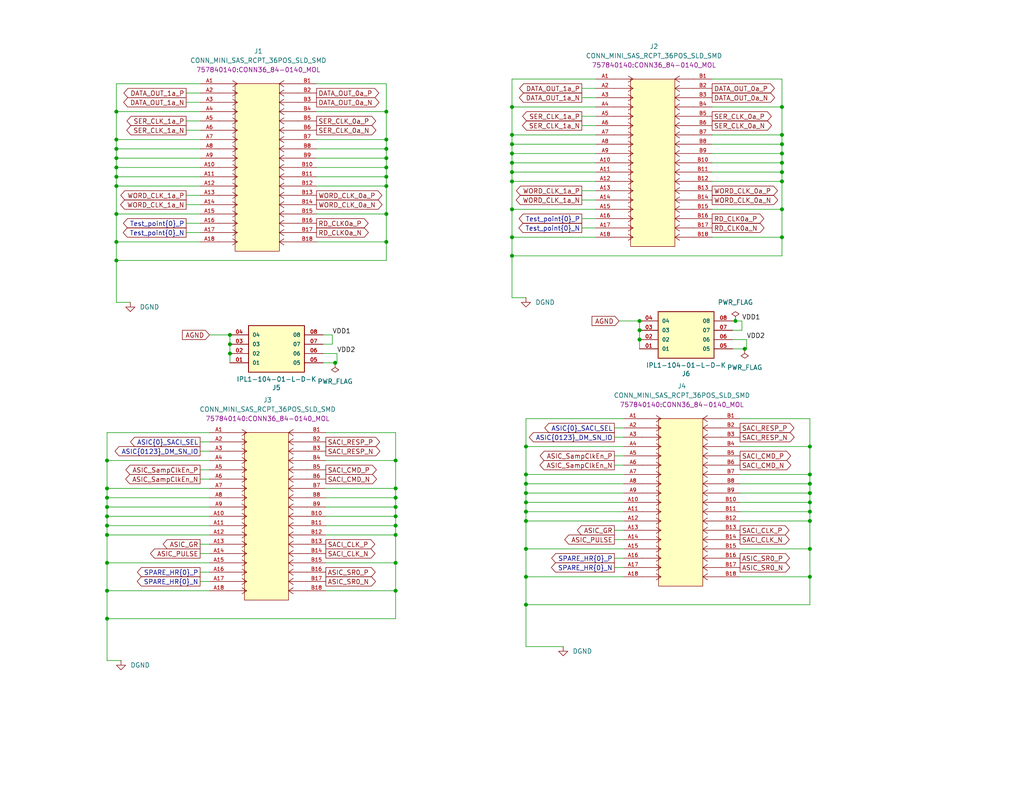
<source format=kicad_sch>
(kicad_sch (version 20250114) (generator "eeschema") (generator_version "9.0")
  (paper "A")
  (title_block (title "Vacuum Feedthrough PCB") (date "2025-06-19"))
  (lib_symbols
    (symbol "Connector:CONN_MINI_SAS_RCPT_36POS_SLD_SMD" (pin_names (offset 1.016))
      (property "Reference" "J" (at 4.1656 5.3086 0))
      (property "Value" "CONN_MINI_SAS_RCPT_36POS_SLD_SMD" (at 4.8006 -46.7614 0))
      (property "Footprint" "Connector_SATA_SAS:CONN MINI SAS RCPT 36POS SLD SMD" (at 0 0 0))
      (symbol "CONN_MINI_SAS_RCPT_36POS_SLD_SMD_0_0"
        (rectangle (start 9.525 0) (end 21.59 -45.72) (stroke (width 0.1524)) (fill (type background)))
        (polyline (pts (xy 10.16 0) (xy 5.08 0)) (stroke (width 0.1524)))
        (polyline (pts (xy 10.16 0) (xy 8.89 0.8382)) (stroke (width 0.1524)))
        (polyline (pts (xy 10.16 0) (xy 8.89 -0.8382)) (stroke (width 0.1524)))
        (polyline (pts (xy 10.16 -2.54) (xy 5.08 -2.54)) (stroke (width 0.1524)))
        (polyline (pts (xy 10.16 -2.54) (xy 8.89 -1.7018)) (stroke (width 0.1524)))
        (polyline (pts (xy 10.16 -2.54) (xy 8.89 -3.3782)) (stroke (width 0.1524)))
        (polyline (pts (xy 10.16 -5.08) (xy 5.08 -5.08)) (stroke (width 0.1524)))
        (polyline (pts (xy 10.16 -5.08) (xy 8.89 -4.2418)) (stroke (width 0.1524)))
        (polyline (pts (xy 10.16 -5.08) (xy 8.89 -5.9182)) (stroke (width 0.1524)))
        (polyline (pts (xy 10.16 -7.62) (xy 5.08 -7.62)) (stroke (width 0.1524)))
        (polyline (pts (xy 10.16 -7.62) (xy 8.89 -6.7818)) (stroke (width 0.1524)))
        (polyline (pts (xy 10.16 -7.62) (xy 8.89 -8.4582)) (stroke (width 0.1524)))
        (polyline (pts (xy 10.16 -10.16) (xy 5.08 -10.16)) (stroke (width 0.1524)))
        (polyline (pts (xy 10.16 -10.16) (xy 8.89 -9.3218)) (stroke (width 0.1524)))
        (polyline (pts (xy 10.16 -10.16) (xy 8.89 -10.9982)) (stroke (width 0.1524)))
        (polyline (pts (xy 10.16 -12.7) (xy 5.08 -12.7)) (stroke (width 0.1524)))
        (polyline (pts (xy 10.16 -12.7) (xy 8.89 -11.8618)) (stroke (width 0.1524)))
        (polyline (pts (xy 10.16 -12.7) (xy 8.89 -13.5382)) (stroke (width 0.1524)))
        (polyline (pts (xy 10.16 -15.24) (xy 5.08 -15.24)) (stroke (width 0.1524)))
        (polyline (pts (xy 10.16 -15.24) (xy 8.89 -14.4018)) (stroke (width 0.1524)))
        (polyline (pts (xy 10.16 -15.24) (xy 8.89 -16.0782)) (stroke (width 0.1524)))
        (polyline (pts (xy 10.16 -17.78) (xy 5.08 -17.78)) (stroke (width 0.1524)))
        (polyline (pts (xy 10.16 -17.78) (xy 8.89 -16.9418)) (stroke (width 0.1524)))
        (polyline (pts (xy 10.16 -17.78) (xy 8.89 -18.6182)) (stroke (width 0.1524)))
        (polyline (pts (xy 10.16 -20.32) (xy 5.08 -20.32)) (stroke (width 0.1524)))
        (polyline (pts (xy 10.16 -20.32) (xy 8.89 -19.4818)) (stroke (width 0.1524)))
        (polyline (pts (xy 10.16 -20.32) (xy 8.89 -21.1582)) (stroke (width 0.1524)))
        (polyline (pts (xy 10.16 -22.86) (xy 5.08 -22.86)) (stroke (width 0.1524)))
        (polyline (pts (xy 10.16 -22.86) (xy 8.89 -22.0218)) (stroke (width 0.1524)))
        (polyline (pts (xy 10.16 -22.86) (xy 8.89 -23.6982)) (stroke (width 0.1524)))
        (polyline (pts (xy 10.16 -25.4) (xy 5.08 -25.4)) (stroke (width 0.1524)))
        (polyline (pts (xy 10.16 -25.4) (xy 8.89 -24.5618)) (stroke (width 0.1524)))
        (polyline (pts (xy 10.16 -25.4) (xy 8.89 -26.2382)) (stroke (width 0.1524)))
        (polyline (pts (xy 10.16 -27.94) (xy 5.08 -27.94)) (stroke (width 0.1524)))
        (polyline (pts (xy 10.16 -27.94) (xy 8.89 -27.1018)) (stroke (width 0.1524)))
        (polyline (pts (xy 10.16 -27.94) (xy 8.89 -28.7782)) (stroke (width 0.1524)))
        (polyline (pts (xy 10.16 -30.48) (xy 5.08 -30.48)) (stroke (width 0.1524)))
        (polyline (pts (xy 10.16 -30.48) (xy 8.89 -29.6418)) (stroke (width 0.1524)))
        (polyline (pts (xy 10.16 -30.48) (xy 8.89 -31.3182)) (stroke (width 0.1524)))
        (polyline (pts (xy 10.16 -33.02) (xy 5.08 -33.02)) (stroke (width 0.1524)))
        (polyline (pts (xy 10.16 -33.02) (xy 8.89 -32.1818)) (stroke (width 0.1524)))
        (polyline (pts (xy 10.16 -33.02) (xy 8.89 -33.8582)) (stroke (width 0.1524)))
        (polyline (pts (xy 10.16 -35.56) (xy 5.08 -35.56)) (stroke (width 0.1524)))
        (polyline (pts (xy 10.16 -35.56) (xy 8.89 -34.7218)) (stroke (width 0.1524)))
        (polyline (pts (xy 10.16 -35.56) (xy 8.89 -36.3982)) (stroke (width 0.1524)))
        (polyline (pts (xy 10.16 -38.1) (xy 5.08 -38.1)) (stroke (width 0.1524)))
        (polyline (pts (xy 10.16 -38.1) (xy 8.89 -37.2618)) (stroke (width 0.1524)))
        (polyline (pts (xy 10.16 -38.1) (xy 8.89 -38.9382)) (stroke (width 0.1524)))
        (polyline (pts (xy 10.16 -40.64) (xy 5.08 -40.64)) (stroke (width 0.1524)))
        (polyline (pts (xy 10.16 -40.64) (xy 8.89 -39.8018)) (stroke (width 0.1524)))
        (polyline (pts (xy 10.16 -40.64) (xy 8.89 -41.4782)) (stroke (width 0.1524)))
        (polyline (pts (xy 10.16 -43.18) (xy 5.08 -43.18)) (stroke (width 0.1524)))
        (polyline (pts (xy 10.16 -43.18) (xy 8.89 -42.3418)) (stroke (width 0.1524)))
        (polyline (pts (xy 10.16 -43.18) (xy 8.89 -44.0182)) (stroke (width 0.1524)))
        (polyline (pts (xy 21.59 0) (xy 22.86 0.8382)) (stroke (width 0.1524)))
        (polyline (pts (xy 21.59 0) (xy 22.86 -0.8382)) (stroke (width 0.1524)))
        (polyline (pts (xy 21.59 0) (xy 26.67 0)) (stroke (width 0.1524)))
        (polyline (pts (xy 21.59 -2.54) (xy 22.86 -1.7018)) (stroke (width 0.1524)))
        (polyline (pts (xy 21.59 -2.54) (xy 22.86 -3.3782)) (stroke (width 0.1524)))
        (polyline (pts (xy 21.59 -2.54) (xy 26.67 -2.54)) (stroke (width 0.1524)))
        (polyline (pts (xy 21.59 -5.08) (xy 22.86 -4.2418)) (stroke (width 0.1524)))
        (polyline (pts (xy 21.59 -5.08) (xy 22.86 -5.9182)) (stroke (width 0.1524)))
        (polyline (pts (xy 21.59 -5.08) (xy 26.67 -5.08)) (stroke (width 0.1524)))
        (polyline (pts (xy 21.59 -7.62) (xy 22.86 -6.7818)) (stroke (width 0.1524)))
        (polyline (pts (xy 21.59 -7.62) (xy 22.86 -8.4582)) (stroke (width 0.1524)))
        (polyline (pts (xy 21.59 -7.62) (xy 26.67 -7.62)) (stroke (width 0.1524)))
        (polyline (pts (xy 21.59 -10.16) (xy 22.86 -9.3218)) (stroke (width 0.1524)))
        (polyline (pts (xy 21.59 -10.16) (xy 22.86 -10.9982)) (stroke (width 0.1524)))
        (polyline (pts (xy 21.59 -10.16) (xy 26.67 -10.16)) (stroke (width 0.1524)))
        (polyline (pts (xy 21.59 -12.7) (xy 22.86 -11.8618)) (stroke (width 0.1524)))
        (polyline (pts (xy 21.59 -12.7) (xy 22.86 -13.5382)) (stroke (width 0.1524)))
        (polyline (pts (xy 21.59 -12.7) (xy 26.67 -12.7)) (stroke (width 0.1524)))
        (polyline (pts (xy 21.59 -15.24) (xy 22.86 -14.4018)) (stroke (width 0.1524)))
        (polyline (pts (xy 21.59 -15.24) (xy 22.86 -16.0782)) (stroke (width 0.1524)))
        (polyline (pts (xy 21.59 -15.24) (xy 26.67 -15.24)) (stroke (width 0.1524)))
        (polyline (pts (xy 21.59 -17.78) (xy 22.86 -16.9418)) (stroke (width 0.1524)))
        (polyline (pts (xy 21.59 -17.78) (xy 22.86 -18.6182)) (stroke (width 0.1524)))
        (polyline (pts (xy 21.59 -17.78) (xy 26.67 -17.78)) (stroke (width 0.1524)))
        (polyline (pts (xy 21.59 -20.32) (xy 22.86 -19.4818)) (stroke (width 0.1524)))
        (polyline (pts (xy 21.59 -20.32) (xy 22.86 -21.1582)) (stroke (width 0.1524)))
        (polyline (pts (xy 21.59 -20.32) (xy 26.67 -20.32)) (stroke (width 0.1524)))
        (polyline (pts (xy 21.59 -22.86) (xy 22.86 -22.0218)) (stroke (width 0.1524)))
        (polyline (pts (xy 21.59 -22.86) (xy 22.86 -23.6982)) (stroke (width 0.1524)))
        (polyline (pts (xy 21.59 -22.86) (xy 26.67 -22.86)) (stroke (width 0.1524)))
        (polyline (pts (xy 21.59 -25.4) (xy 22.86 -24.5618)) (stroke (width 0.1524)))
        (polyline (pts (xy 21.59 -25.4) (xy 22.86 -26.2382)) (stroke (width 0.1524)))
        (polyline (pts (xy 21.59 -25.4) (xy 26.67 -25.4)) (stroke (width 0.1524)))
        (polyline (pts (xy 21.59 -27.94) (xy 22.86 -27.1018)) (stroke (width 0.1524)))
        (polyline (pts (xy 21.59 -27.94) (xy 22.86 -28.7782)) (stroke (width 0.1524)))
        (polyline (pts (xy 21.59 -27.94) (xy 26.67 -27.94)) (stroke (width 0.1524)))
        (polyline (pts (xy 21.59 -30.48) (xy 22.86 -29.6418)) (stroke (width 0.1524)))
        (polyline (pts (xy 21.59 -30.48) (xy 22.86 -31.3182)) (stroke (width 0.1524)))
        (polyline (pts (xy 21.59 -30.48) (xy 26.67 -30.48)) (stroke (width 0.1524)))
        (polyline (pts (xy 21.59 -33.02) (xy 22.86 -32.1818)) (stroke (width 0.1524)))
        (polyline (pts (xy 21.59 -33.02) (xy 22.86 -33.8582)) (stroke (width 0.1524)))
        (polyline (pts (xy 21.59 -33.02) (xy 26.67 -33.02)) (stroke (width 0.1524)))
        (polyline (pts (xy 21.59 -35.56) (xy 22.86 -34.7218)) (stroke (width 0.1524)))
        (polyline (pts (xy 21.59 -35.56) (xy 22.86 -36.3982)) (stroke (width 0.1524)))
        (polyline (pts (xy 21.59 -35.56) (xy 26.67 -35.56)) (stroke (width 0.1524)))
        (polyline (pts (xy 21.59 -38.1) (xy 22.86 -37.2618)) (stroke (width 0.1524)))
        (polyline (pts (xy 21.59 -38.1) (xy 22.86 -38.9382)) (stroke (width 0.1524)))
        (polyline (pts (xy 21.59 -38.1) (xy 26.67 -38.1)) (stroke (width 0.1524)))
        (polyline (pts (xy 21.59 -40.64) (xy 22.86 -39.8018)) (stroke (width 0.1524)))
        (polyline (pts (xy 21.59 -40.64) (xy 22.86 -41.4782)) (stroke (width 0.1524)))
        (polyline (pts (xy 21.59 -40.64) (xy 26.67 -40.64)) (stroke (width 0.1524)))
        (polyline (pts (xy 21.59 -43.18) (xy 22.86 -42.3418)) (stroke (width 0.1524)))
        (polyline (pts (xy 21.59 -43.18) (xy 22.86 -44.0182)) (stroke (width 0.1524)))
        (polyline (pts (xy 21.59 -43.18) (xy 26.67 -43.18)) (stroke (width 0.1524)))
        (pin passive line (at 0 -2.54 0) (length 5.08) (name "~") (number "A2"))
        (pin passive line (at 0 -5.08 0) (length 5.08) (name "~") (number "A3"))
        (pin passive line (at 0 -7.62 0) (length 5.08) (name "~") (number "A4"))
        (pin passive line (at 0 -10.16 0) (length 5.08) (name "~") (number "A5"))
        (pin passive line (at 0 -12.7 0) (length 5.08) (name "~") (number "A6"))
        (pin passive line (at 0 -15.24 0) (length 5.08) (name "~") (number "A7"))
        (pin passive line (at 0 -17.78 0) (length 5.08) (name "~") (number "A8"))
        (pin passive line (at 0 -20.32 0) (length 5.08) (name "~") (number "A9"))
        (pin passive line (at 0 -22.86 0) (length 5.08) (name "~") (number "A10"))
        (pin passive line (at 0 -25.4 0) (length 5.08) (name "~") (number "A11"))
        (pin passive line (at 0 -27.94 0) (length 5.08) (name "~") (number "A12"))
        (pin passive line (at 0 -30.48 0) (length 5.08) (name "~") (number "A13"))
        (pin passive line (at 0 -33.02 0) (length 5.08) (name "~") (number "A14"))
        (pin passive line (at 0 -35.56 0) (length 5.08) (name "~") (number "A15"))
        (pin passive line (at 0 -38.1 0) (length 5.08) (name "~") (number "A16"))
        (pin passive line (at 0 -40.64 0) (length 5.08) (name "~") (number "A17"))
        (pin passive line (at 0 -43.18 0) (length 5.08) (name "~") (number "A18"))
        (pin passive line (at 31.75 0 180) (length 5.08) (name "~") (number "B1"))
        (pin passive line (at 31.75 -2.54 180) (length 5.08) (name "~") (number "B2"))
        (pin passive line (at 31.75 -5.08 180) (length 5.08) (name "~") (number "B3"))
        (pin passive line (at 31.75 -7.62 180) (length 5.08) (name "~") (number "B4"))
        (pin passive line (at 31.75 -10.16 180) (length 5.08) (name "~") (number "B5"))
        (pin passive line (at 31.75 -12.7 180) (length 5.08) (name "~") (number "B6"))
        (pin passive line (at 31.75 -15.24 180) (length 5.08) (name "~") (number "B7"))
        (pin passive line (at 31.75 -17.78 180) (length 5.08) (name "~") (number "B8"))
        (pin passive line (at 31.75 -20.32 180) (length 5.08) (name "~") (number "B9"))
        (pin passive line (at 31.75 -22.86 180) (length 5.08) (name "~") (number "B10"))
        (pin passive line (at 31.75 -25.4 180) (length 5.08) (name "~") (number "B11"))
        (pin passive line (at 31.75 -27.94 180) (length 5.08) (name "~") (number "B12"))
        (pin passive line (at 31.75 -30.48 180) (length 5.08) (name "~") (number "B13"))
        (pin passive line (at 31.75 -33.02 180) (length 5.08) (name "~") (number "B14"))
        (pin passive line (at 31.75 -35.56 180) (length 5.08) (name "~") (number "B15"))
        (pin passive line (at 31.75 -38.1 180) (length 5.08) (name "~") (number "B16"))
        (pin passive line (at 31.75 -40.64 180) (length 5.08) (name "~") (number "B17"))
        (pin passive line (at 31.75 -43.18 180) (length 5.08) (name "~") (number "B18"))
      )
      (symbol "CONN_MINI_SAS_RCPT_36POS_SLD_SMD_1_0"
        (pin passive line (at 0 0 0) (length 5.08) (name "") (number "A1"))
      )
    )
    (symbol "IPL-104:IPL1-104-01-L-D-K" (pin_names (offset 1.016))
      (property "Reference" "J" (at -7.62 6.35 0))
      (property "Value" "IPL1-104-01-L-D-K" (at -7.62 -8.89 0))
      (symbol "IPL1-104-01-L-D-K_0_0"
        (rectangle (start -7.62 -7.62) (end 7.62 5.08) (stroke (width 0.254)) (fill (type background)))
        (pin passive line (at -12.7 2.54 0) (length 5.08) (name "01") (number "01"))
        (pin passive line (at -12.7 0 0) (length 5.08) (name "02") (number "02"))
        (pin passive line (at -12.7 -2.54 0) (length 5.08) (name "03") (number "03"))
        (pin passive line (at -12.7 -5.08 0) (length 5.08) (name "04") (number "04"))
        (pin passive line (at 12.7 2.54 180) (length 5.08) (name "05") (number "05"))
        (pin passive line (at 12.7 0 180) (length 5.08) (name "06") (number "06"))
        (pin passive line (at 12.7 -2.54 180) (length 5.08) (name "07") (number "07"))
        (pin passive line (at 12.7 -5.08 180) (length 5.08) (name "08") (number "08"))
      )
    )
    (symbol "power:GND" (power) (pin_numbers (hide yes)) (pin_names (offset 0) (hide yes))
      (property "Value" "GND" (at 0 -3.81 0))
      (symbol "GND_0_1"
        (polyline (pts (xy 0 0) (xy 0 -1.27) (xy 1.27 -1.27) (xy 0 -2.54) (xy -1.27 -1.27) (xy 0 -1.27)))
      )
      (symbol "GND_1_1"
        (pin power_in line (at 0 0 270) (length 0) (name "~") (number "1"))
      )
    )
    (symbol "power:PWR_FLAG" (power) (pin_numbers (hide yes)) (pin_names (offset 0) (hide yes))
      (property "Value" "PWR_FLAG" (at 0 3.81 0))
      (symbol "PWR_FLAG_0_0"
        (pin power_out line (at 0 0 90) (length 0) (name "~") (number "1"))
      )
      (symbol "PWR_FLAG_0_1"
        (polyline (pts (xy 0 0) (xy 0 1.27) (xy -1.016 1.905) (xy 0 2.54) (xy 1.016 1.905) (xy 0 1.27)))
      )
    )
  )
  (junction (at 143.51 139.7))
  (junction (at 29.21 146.05))
  (junction (at 29.21 140.97))
  (junction (at 220.98 121.92))
  (junction (at 62.738 93.98))
  (junction (at 107.95 153.67))
  (junction (at 107.95 138.43))
  (junction (at 62.738 96.52))
  (junction (at 143.51 134.62))
  (junction (at 213.36 57.15))
  (junction (at 139.7 49.53))
  (junction (at 139.7 64.77))
  (junction (at 143.51 121.92))
  (junction (at 29.21 125.73))
  (junction (at 31.75 48.26))
  (junction (at 139.7 57.15))
  (junction (at 213.36 36.83))
  (junction (at 139.7 69.85))
  (junction (at 139.7 41.91))
  (junction (at 220.98 157.48))
  (junction (at 220.98 149.86))
  (junction (at 105.41 50.8))
  (junction (at 29.21 153.67))
  (junction (at 107.95 135.89))
  (junction (at 174.498 90.17))
  (junction (at 139.7 46.99))
  (junction (at 203.2 95.25))
  (junction (at 220.98 139.7))
  (junction (at 143.51 149.86))
  (junction (at 107.95 140.97))
  (junction (at 139.7 29.21))
  (junction (at 220.98 134.62))
  (junction (at 29.21 143.51))
  (junction (at 29.21 168.91))
  (junction (at 107.95 125.73))
  (junction (at 174.498 92.71))
  (junction (at 105.41 58.42))
  (junction (at 220.98 129.54))
  (junction (at 213.36 46.99))
  (junction (at 213.36 29.21))
  (junction (at 220.98 137.16))
  (junction (at 143.51 157.48))
  (junction (at 139.7 44.45))
  (junction (at 31.75 58.42))
  (junction (at 31.75 30.48))
  (junction (at 213.36 49.53))
  (junction (at 31.75 43.18))
  (junction (at 213.36 44.45))
  (junction (at 29.21 133.35))
  (junction (at 143.51 165.1))
  (junction (at 105.41 66.04))
  (junction (at 143.51 132.08))
  (junction (at 105.41 48.26))
  (junction (at 105.41 45.72))
  (junction (at 213.36 41.91))
  (junction (at 143.51 137.16))
  (junction (at 220.98 142.24))
  (junction (at 213.36 39.37))
  (junction (at 107.95 161.29))
  (junction (at 31.75 66.04))
  (junction (at 143.51 142.24))
  (junction (at 91.44 99.06))
  (junction (at 31.75 38.1))
  (junction (at 143.51 129.54))
  (junction (at 105.41 38.1))
  (junction (at 107.95 133.35))
  (junction (at 105.41 30.48))
  (junction (at 29.21 135.89))
  (junction (at 105.41 43.18))
  (junction (at 105.41 40.64))
  (junction (at 107.95 143.51))
  (junction (at 31.75 45.72))
  (junction (at 107.95 146.05))
  (junction (at 31.75 50.8))
  (junction (at 31.75 71.12))
  (junction (at 29.21 138.43))
  (junction (at 200.66 87.63))
  (junction (at 139.7 36.83))
  (junction (at 174.498 87.63))
  (junction (at 213.36 64.77))
  (junction (at 220.98 132.08))
  (junction (at 139.7 39.37))
  (junction (at 31.75 40.64))
  (junction (at 29.21 161.29))
  (junction (at 62.738 91.44))
  (wire (pts (xy 88.9 135.89) (xy 107.95 135.89)))
  (wire (pts (xy 54.61 148.59) (xy 57.15 148.59)))
  (wire (pts (xy 220.98 139.7) (xy 220.98 142.24)))
  (wire (pts (xy 158.75 59.69) (xy 162.56 59.69)))
  (wire (pts (xy 220.98 132.08) (xy 220.98 134.62)))
  (wire (pts (xy 213.36 41.91) (xy 213.36 44.45)))
  (wire (pts (xy 143.51 149.86) (xy 143.51 157.48)))
  (wire (pts (xy 62.738 93.98) (xy 62.738 96.52)))
  (wire (pts (xy 139.7 36.83) (xy 162.56 36.83)))
  (wire (pts (xy 220.98 157.48) (xy 220.98 165.1)))
  (wire (pts (xy 31.75 38.1) (xy 31.75 40.64)))
  (wire (pts (xy 213.36 64.77) (xy 213.36 69.85)))
  (wire (pts (xy 88.9 125.73) (xy 107.95 125.73)))
  (wire (pts (xy 54.61 123.19) (xy 57.15 123.19)))
  (wire (pts (xy 139.7 44.45) (xy 162.56 44.45)))
  (wire (pts (xy 31.75 58.42) (xy 31.75 66.04)))
  (wire (pts (xy 143.51 157.48) (xy 143.51 165.1)))
  (wire (pts (xy 29.21 161.29) (xy 29.21 168.91)))
  (wire (pts (xy 50.8 25.4) (xy 54.61 25.4)))
  (wire (pts (xy 107.95 135.89) (xy 107.95 138.43)))
  (wire (pts (xy 29.21 168.91) (xy 107.95 168.91)))
  (wire (pts (xy 31.75 30.48) (xy 54.61 30.48)))
  (wire (pts (xy 194.31 41.91) (xy 213.36 41.91)))
  (wire (pts (xy 50.8 60.96) (xy 54.61 60.96)))
  (wire (pts (xy 31.75 45.72) (xy 31.75 48.26)))
  (wire (pts (xy 88.138 91.44) (xy 90.678 91.44)))
  (wire (pts (xy 143.51 132.08) (xy 143.51 134.62)))
  (wire (pts (xy 167.64 152.4) (xy 170.18 152.4)))
  (wire (pts (xy 201.93 121.92) (xy 220.98 121.92)))
  (wire (pts (xy 107.95 140.97) (xy 107.95 143.51)))
  (wire (pts (xy 31.75 40.64) (xy 54.61 40.64)))
  (wire (pts (xy 107.95 143.51) (xy 107.95 146.05)))
  (wire (pts (xy 194.31 29.21) (xy 213.36 29.21)))
  (wire (pts (xy 105.41 50.8) (xy 105.41 58.42)))
  (wire (pts (xy 105.41 48.26) (xy 105.41 50.8)))
  (wire (pts (xy 50.8 55.88) (xy 54.61 55.88)))
  (wire (pts (xy 143.51 129.54) (xy 143.51 132.08)))
  (wire (pts (xy 143.51 157.48) (xy 170.18 157.48)))
  (wire (pts (xy 88.9 143.51) (xy 107.95 143.51)))
  (wire (pts (xy 29.21 118.11) (xy 57.15 118.11)))
  (wire (pts (xy 54.61 130.81) (xy 57.15 130.81)))
  (wire (pts (xy 194.31 21.59) (xy 213.36 21.59)))
  (wire (pts (xy 29.21 140.97) (xy 57.15 140.97)))
  (wire (pts (xy 105.41 45.72) (xy 105.41 48.26)))
  (wire (pts (xy 54.61 158.75) (xy 57.15 158.75)))
  (wire (pts (xy 86.36 45.72) (xy 105.41 45.72)))
  (wire (pts (xy 29.21 153.67) (xy 29.21 161.29)))
  (wire (pts (xy 86.36 43.18) (xy 105.41 43.18)))
  (wire (pts (xy 50.8 63.5) (xy 54.61 63.5)))
  (wire (pts (xy 91.948 96.52) (xy 91.948 99.06)))
  (wire (pts (xy 199.898 95.25) (xy 203.2 95.25)))
  (wire (pts (xy 88.138 99.06) (xy 91.44 99.06)))
  (wire (pts (xy 86.36 40.64) (xy 105.41 40.64)))
  (wire (pts (xy 29.21 140.97) (xy 29.21 143.51)))
  (wire (pts (xy 31.75 43.18) (xy 54.61 43.18)))
  (wire (pts (xy 201.93 134.62) (xy 220.98 134.62)))
  (wire (pts (xy 54.61 128.27) (xy 57.15 128.27)))
  (wire (pts (xy 201.93 149.86) (xy 220.98 149.86)))
  (wire (pts (xy 29.21 133.35) (xy 57.15 133.35)))
  (wire (pts (xy 158.75 52.07) (xy 162.56 52.07)))
  (wire (pts (xy 105.41 43.18) (xy 105.41 45.72)))
  (wire (pts (xy 158.75 31.75) (xy 162.56 31.75)))
  (wire (pts (xy 143.51 134.62) (xy 143.51 137.16)))
  (wire (pts (xy 31.75 66.04) (xy 54.61 66.04)))
  (wire (pts (xy 174.498 92.71) (xy 174.498 95.25)))
  (wire (pts (xy 139.7 29.21) (xy 139.7 36.83)))
  (wire (pts (xy 167.64 144.78) (xy 170.18 144.78)))
  (wire (pts (xy 29.21 125.73) (xy 29.21 133.35)))
  (wire (pts (xy 202.438 87.63) (xy 200.66 87.63)))
  (wire (pts (xy 139.7 49.53) (xy 162.56 49.53)))
  (wire (pts (xy 29.21 153.67) (xy 57.15 153.67)))
  (wire (pts (xy 201.93 157.48) (xy 220.98 157.48)))
  (wire (pts (xy 31.75 82.55) (xy 35.56 82.55)))
  (wire (pts (xy 143.51 137.16) (xy 170.18 137.16)))
  (wire (pts (xy 139.7 69.85) (xy 213.36 69.85)))
  (wire (pts (xy 107.95 138.43) (xy 107.95 140.97)))
  (wire (pts (xy 139.7 21.59) (xy 139.7 29.21)))
  (wire (pts (xy 158.75 54.61) (xy 162.56 54.61)))
  (wire (pts (xy 62.738 91.44) (xy 62.738 93.98)))
  (wire (pts (xy 105.41 38.1) (xy 105.41 40.64)))
  (wire (pts (xy 143.51 142.24) (xy 143.51 149.86)))
  (wire (pts (xy 29.21 135.89) (xy 57.15 135.89)))
  (wire (pts (xy 107.95 118.11) (xy 107.95 125.73)))
  (wire (pts (xy 86.36 48.26) (xy 105.41 48.26)))
  (wire (pts (xy 143.51 149.86) (xy 170.18 149.86)))
  (wire (pts (xy 86.36 22.86) (xy 105.41 22.86)))
  (wire (pts (xy 107.95 133.35) (xy 107.95 135.89)))
  (wire (pts (xy 213.36 44.45) (xy 213.36 46.99)))
  (wire (pts (xy 54.61 156.21) (xy 57.15 156.21)))
  (wire (pts (xy 88.9 140.97) (xy 107.95 140.97)))
  (wire (pts (xy 91.44 99.06) (xy 91.948 99.06)))
  (wire (pts (xy 31.75 50.8) (xy 54.61 50.8)))
  (wire (pts (xy 105.41 30.48) (xy 105.41 38.1)))
  (wire (pts (xy 31.75 50.8) (xy 31.75 58.42)))
  (wire (pts (xy 31.75 43.18) (xy 31.75 45.72)))
  (wire (pts (xy 54.61 22.86) (xy 31.75 22.86)))
  (wire (pts (xy 57.15 91.44) (xy 62.738 91.44)))
  (wire (pts (xy 201.93 132.08) (xy 220.98 132.08)))
  (wire (pts (xy 139.7 64.77) (xy 162.56 64.77)))
  (wire (pts (xy 50.8 35.56) (xy 54.61 35.56)))
  (wire (pts (xy 31.75 71.12) (xy 31.75 82.55)))
  (wire (pts (xy 29.21 146.05) (xy 29.21 153.67)))
  (wire (pts (xy 139.7 46.99) (xy 139.7 49.53)))
  (wire (pts (xy 107.95 125.73) (xy 107.95 133.35)))
  (wire (pts (xy 105.41 66.04) (xy 105.41 71.12)))
  (wire (pts (xy 31.75 30.48) (xy 31.75 38.1)))
  (wire (pts (xy 105.41 40.64) (xy 105.41 43.18)))
  (wire (pts (xy 107.95 161.29) (xy 107.95 168.91)))
  (wire (pts (xy 29.21 161.29) (xy 57.15 161.29)))
  (wire (pts (xy 88.9 153.67) (xy 107.95 153.67)))
  (wire (pts (xy 139.7 57.15) (xy 162.56 57.15)))
  (wire (pts (xy 139.7 36.83) (xy 139.7 39.37)))
  (wire (pts (xy 139.7 57.15) (xy 139.7 64.77)))
  (wire (pts (xy 62.738 96.52) (xy 62.738 99.06)))
  (wire (pts (xy 139.7 29.21) (xy 162.56 29.21)))
  (wire (pts (xy 143.51 121.92) (xy 170.18 121.92)))
  (wire (pts (xy 158.75 26.67) (xy 162.56 26.67)))
  (wire (pts (xy 105.41 71.12) (xy 31.75 71.12)))
  (wire (pts (xy 220.98 129.54) (xy 220.98 132.08)))
  (wire (pts (xy 220.98 142.24) (xy 220.98 149.86)))
  (wire (pts (xy 143.51 139.7) (xy 170.18 139.7)))
  (wire (pts (xy 174.498 87.63) (xy 174.498 90.17)))
  (wire (pts (xy 139.7 46.99) (xy 162.56 46.99)))
  (wire (pts (xy 194.31 49.53) (xy 213.36 49.53)))
  (wire (pts (xy 201.93 142.24) (xy 220.98 142.24)))
  (wire (pts (xy 143.51 114.3) (xy 143.51 121.92)))
  (wire (pts (xy 139.7 49.53) (xy 139.7 57.15)))
  (wire (pts (xy 29.21 168.91) (xy 29.21 180.34)))
  (wire (pts (xy 86.36 66.04) (xy 105.41 66.04)))
  (wire (pts (xy 31.75 38.1) (xy 54.61 38.1)))
  (wire (pts (xy 201.93 114.3) (xy 220.98 114.3)))
  (wire (pts (xy 143.51 139.7) (xy 143.51 142.24)))
  (wire (pts (xy 139.7 69.85) (xy 139.7 81.28)))
  (wire (pts (xy 29.21 180.34) (xy 33.02 180.34)))
  (wire (pts (xy 139.7 41.91) (xy 162.56 41.91)))
  (wire (pts (xy 158.75 24.13) (xy 162.56 24.13)))
  (wire (pts (xy 31.75 66.04) (xy 31.75 71.12)))
  (wire (pts (xy 143.51 132.08) (xy 170.18 132.08)))
  (wire (pts (xy 213.36 49.53) (xy 213.36 57.15)))
  (wire (pts (xy 139.7 64.77) (xy 139.7 69.85)))
  (wire (pts (xy 203.708 92.71) (xy 203.708 95.25)))
  (wire (pts (xy 167.64 127) (xy 170.18 127)))
  (wire (pts (xy 202.438 87.63) (xy 202.438 90.17)))
  (wire (pts (xy 29.21 135.89) (xy 29.21 138.43)))
  (wire (pts (xy 88.9 146.05) (xy 107.95 146.05)))
  (wire (pts (xy 88.9 138.43) (xy 107.95 138.43)))
  (wire (pts (xy 29.21 138.43) (xy 29.21 140.97)))
  (wire (pts (xy 29.21 125.73) (xy 57.15 125.73)))
  (wire (pts (xy 194.31 57.15) (xy 213.36 57.15)))
  (wire (pts (xy 139.7 39.37) (xy 162.56 39.37)))
  (wire (pts (xy 167.64 154.94) (xy 170.18 154.94)))
  (wire (pts (xy 201.93 137.16) (xy 220.98 137.16)))
  (wire (pts (xy 143.51 114.3) (xy 170.18 114.3)))
  (wire (pts (xy 91.948 96.52) (xy 88.138 96.52)))
  (wire (pts (xy 31.75 48.26) (xy 31.75 50.8)))
  (wire (pts (xy 31.75 40.64) (xy 31.75 43.18)))
  (wire (pts (xy 194.31 46.99) (xy 213.36 46.99)))
  (wire (pts (xy 194.31 64.77) (xy 213.36 64.77)))
  (wire (pts (xy 168.91 87.63) (xy 174.498 87.63)))
  (wire (pts (xy 31.75 45.72) (xy 54.61 45.72)))
  (wire (pts (xy 213.36 36.83) (xy 213.36 39.37)))
  (wire (pts (xy 213.36 39.37) (xy 213.36 41.91)))
  (wire (pts (xy 143.51 176.53) (xy 153.67 176.53)))
  (wire (pts (xy 54.61 120.65) (xy 57.15 120.65)))
  (wire (pts (xy 50.8 33.02) (xy 54.61 33.02)))
  (wire (pts (xy 199.898 90.17) (xy 202.438 90.17)))
  (wire (pts (xy 200.66 87.63) (xy 199.898 87.63)))
  (wire (pts (xy 88.9 118.11) (xy 107.95 118.11)))
  (wire (pts (xy 167.64 147.32) (xy 170.18 147.32)))
  (wire (pts (xy 167.64 116.84) (xy 170.18 116.84)))
  (wire (pts (xy 143.51 165.1) (xy 220.98 165.1)))
  (wire (pts (xy 139.7 44.45) (xy 139.7 46.99)))
  (wire (pts (xy 143.51 142.24) (xy 170.18 142.24)))
  (wire (pts (xy 220.98 149.86) (xy 220.98 157.48)))
  (wire (pts (xy 162.56 21.59) (xy 139.7 21.59)))
  (wire (pts (xy 86.36 30.48) (xy 105.41 30.48)))
  (wire (pts (xy 220.98 134.62) (xy 220.98 137.16)))
  (wire (pts (xy 213.36 29.21) (xy 213.36 36.83)))
  (wire (pts (xy 107.95 146.05) (xy 107.95 153.67)))
  (wire (pts (xy 203.2 95.25) (xy 203.708 95.25)))
  (wire (pts (xy 201.93 129.54) (xy 220.98 129.54)))
  (wire (pts (xy 54.61 151.13) (xy 57.15 151.13)))
  (wire (pts (xy 213.36 46.99) (xy 213.36 49.53)))
  (wire (pts (xy 29.21 118.11) (xy 29.21 125.73)))
  (wire (pts (xy 220.98 114.3) (xy 220.98 121.92)))
  (wire (pts (xy 174.498 90.17) (xy 174.498 92.71)))
  (wire (pts (xy 105.41 58.42) (xy 105.41 66.04)))
  (wire (pts (xy 29.21 143.51) (xy 57.15 143.51)))
  (wire (pts (xy 88.9 161.29) (xy 107.95 161.29)))
  (wire (pts (xy 86.36 50.8) (xy 105.41 50.8)))
  (wire (pts (xy 29.21 133.35) (xy 29.21 135.89)))
  (wire (pts (xy 220.98 121.92) (xy 220.98 129.54)))
  (wire (pts (xy 139.7 41.91) (xy 139.7 44.45)))
  (wire (pts (xy 158.75 62.23) (xy 162.56 62.23)))
  (wire (pts (xy 31.75 22.86) (xy 31.75 30.48)))
  (wire (pts (xy 50.8 53.34) (xy 54.61 53.34)))
  (wire (pts (xy 107.95 153.67) (xy 107.95 161.29)))
  (wire (pts (xy 31.75 58.42) (xy 54.61 58.42)))
  (wire (pts (xy 88.9 133.35) (xy 107.95 133.35)))
  (wire (pts (xy 105.41 22.86) (xy 105.41 30.48)))
  (wire (pts (xy 86.36 58.42) (xy 105.41 58.42)))
  (wire (pts (xy 213.36 21.59) (xy 213.36 29.21)))
  (wire (pts (xy 29.21 146.05) (xy 57.15 146.05)))
  (wire (pts (xy 194.31 36.83) (xy 213.36 36.83)))
  (wire (pts (xy 86.36 38.1) (xy 105.41 38.1)))
  (wire (pts (xy 31.75 48.26) (xy 54.61 48.26)))
  (wire (pts (xy 139.7 81.28) (xy 143.51 81.28)))
  (wire (pts (xy 194.31 39.37) (xy 213.36 39.37)))
  (wire (pts (xy 143.51 121.92) (xy 143.51 129.54)))
  (wire (pts (xy 88.138 93.98) (xy 90.678 93.98)))
  (wire (pts (xy 90.678 91.44) (xy 90.678 93.98)))
  (wire (pts (xy 139.7 39.37) (xy 139.7 41.91)))
  (wire (pts (xy 158.75 34.29) (xy 162.56 34.29)))
  (wire (pts (xy 203.708 92.71) (xy 199.898 92.71)))
  (wire (pts (xy 220.98 137.16) (xy 220.98 139.7)))
  (wire (pts (xy 143.51 134.62) (xy 170.18 134.62)))
  (wire (pts (xy 143.51 137.16) (xy 143.51 139.7)))
  (wire (pts (xy 213.36 57.15) (xy 213.36 64.77)))
  (wire (pts (xy 29.21 138.43) (xy 57.15 138.43)))
  (wire (pts (xy 201.93 139.7) (xy 220.98 139.7)))
  (wire (pts (xy 143.51 129.54) (xy 170.18 129.54)))
  (wire (pts (xy 194.31 44.45) (xy 213.36 44.45)))
  (wire (pts (xy 167.64 119.38) (xy 170.18 119.38)))
  (wire (pts (xy 167.64 124.46) (xy 170.18 124.46)))
  (wire (pts (xy 29.21 143.51) (xy 29.21 146.05)))
  (wire (pts (xy 143.51 165.1) (xy 143.51 176.53)))
  (wire (pts (xy 50.8 27.94) (xy 54.61 27.94)))
  (label "VDD1" (at 90.678 91.44 0))
  (label "VDD2" (at 91.948 96.52 0))
  (label "VDD2" (at 203.708 92.71 0))
  (label "VDD1" (at 202.438 87.63 0))
  (global_label "ASIC_SampClkEn_N" (shape output) (at 167.64 127 180) (property "Intersheetrefs" "${INTERSHEET_REFS}" (effects (hide yes))))
  (global_label "Test_point{0}_P" (shape output) (at 158.75 59.69 180) (property "Intersheetrefs" "${INTERSHEET_REFS}" (effects (hide yes))))
  (global_label "SACI_RESP_P" (shape output) (at 88.9 120.65 0) (property "Intersheetrefs" "${INTERSHEET_REFS}" (effects (hide yes))))
  (global_label "DATA_OUT_1a_N" (shape output) (at 158.75 26.67 180) (property "Intersheetrefs" "${INTERSHEET_REFS}" (effects (hide yes))))
  (global_label "ASIC_SR0_N" (shape output) (at 201.93 154.94 0) (property "Intersheetrefs" "${INTERSHEET_REFS}" (effects (hide yes))))
  (global_label "WORD_CLK_1a_P" (shape output) (at 158.75 52.07 180) (property "Intersheetrefs" "${INTERSHEET_REFS}" (effects (hide yes))))
  (global_label "ASIC_PULSE" (shape output) (at 167.64 147.32 180) (property "Intersheetrefs" "${INTERSHEET_REFS}" (effects (hide yes))))
  (global_label "ASIC_SampClkEn_P" (shape output) (at 167.64 124.46 180) (property "Intersheetrefs" "${INTERSHEET_REFS}" (effects (hide yes))))
  (global_label "Test_point{0}_P" (shape output) (at 50.8 60.96 180) (property "Intersheetrefs" "${INTERSHEET_REFS}" (effects (hide yes))))
  (global_label "SER_CLK_1a_P" (shape output) (at 158.75 31.75 180) (property "Intersheetrefs" "${INTERSHEET_REFS}" (effects (hide yes))))
  (global_label "RD_CLK0a_P" (shape output) (at 194.31 59.69 0) (property "Intersheetrefs" "${INTERSHEET_REFS}" (effects (hide yes))))
  (global_label "SPARE_HR{0}_P" (shape output) (at 54.61 156.21 180) (property "Intersheetrefs" "${INTERSHEET_REFS}" (effects (hide yes))))
  (global_label "SACI_CMD_P" (shape output) (at 201.93 124.46 0) (property "Intersheetrefs" "${INTERSHEET_REFS}" (effects (hide yes))))
  (global_label "WORD_CLK_0a_N" (shape output) (at 194.31 54.61 0) (property "Intersheetrefs" "${INTERSHEET_REFS}" (effects (hide yes))))
  (global_label "SACI_RESP_N" (shape output) (at 201.93 119.38 0) (property "Intersheetrefs" "${INTERSHEET_REFS}" (effects (hide yes))))
  (global_label "DATA_OUT_0a_P" (shape output) (at 194.31 24.13 0) (property "Intersheetrefs" "${INTERSHEET_REFS}" (effects (hide yes))))
  (global_label "ASIC_GR" (shape output) (at 167.64 144.78 180) (property "Intersheetrefs" "${INTERSHEET_REFS}" (effects (hide yes))))
  (global_label "SPARE_HR{0}_P" (shape output) (at 167.64 152.4 180) (property "Intersheetrefs" "${INTERSHEET_REFS}" (effects (hide yes))))
  (global_label "SER_CLK_1a_N" (shape output) (at 50.8 35.56 180) (property "Intersheetrefs" "${INTERSHEET_REFS}" (effects (hide yes))))
  (global_label "DATA_OUT_1a_P" (shape output) (at 158.75 24.13 180) (property "Intersheetrefs" "${INTERSHEET_REFS}" (effects (hide yes))))
  (global_label "ASIC_SR0_N" (shape output) (at 88.9 158.75 0) (property "Intersheetrefs" "${INTERSHEET_REFS}" (effects (hide yes))))
  (global_label "ASIC{0123}_DM_SN_IO" (shape output) (at 167.64 119.38 180) (property "Intersheetrefs" "${INTERSHEET_REFS}" (effects (hide yes))))
  (global_label "DATA_OUT_0a_P" (shape output) (at 86.36 25.4 0) (property "Intersheetrefs" "${INTERSHEET_REFS}" (effects (hide yes))))
  (global_label "AGND" (shape input) (at 57.15 91.44 180) (property "Intersheetrefs" "${INTERSHEET_REFS}" (effects (hide yes))))
  (global_label "WORD_CLK_1a_N" (shape output) (at 50.8 55.88 180) (property "Intersheetrefs" "${INTERSHEET_REFS}" (effects (hide yes))))
  (global_label "DATA_OUT_1a_N" (shape output) (at 50.8 27.94 180) (property "Intersheetrefs" "${INTERSHEET_REFS}" (effects (hide yes))))
  (global_label "SER_CLK_1a_N" (shape output) (at 158.75 34.29 180) (property "Intersheetrefs" "${INTERSHEET_REFS}" (effects (hide yes))))
  (global_label "SPARE_HR{0}_N" (shape output) (at 54.61 158.75 180) (property "Intersheetrefs" "${INTERSHEET_REFS}" (effects (hide yes))))
  (global_label "ASIC{0123}_DM_SN_IO" (shape output) (at 54.61 123.19 180) (property "Intersheetrefs" "${INTERSHEET_REFS}" (effects (hide yes))))
  (global_label "SACI_CLK_N" (shape output) (at 88.9 151.13 0) (property "Intersheetrefs" "${INTERSHEET_REFS}" (effects (hide yes))))
  (global_label "SACI_RESP_N" (shape output) (at 88.9 123.19 0) (property "Intersheetrefs" "${INTERSHEET_REFS}" (effects (hide yes))))
  (global_label "RD_CLK0a_P" (shape output) (at 86.36 60.96 0) (property "Intersheetrefs" "${INTERSHEET_REFS}" (effects (hide yes))))
  (global_label "ASIC_SR0_P" (shape output) (at 201.93 152.4 0) (property "Intersheetrefs" "${INTERSHEET_REFS}" (effects (hide yes))))
  (global_label "ASIC_PULSE" (shape output) (at 54.61 151.13 180) (property "Intersheetrefs" "${INTERSHEET_REFS}" (effects (hide yes))))
  (global_label "WORD_CLK_1a_P" (shape output) (at 50.8 53.34 180) (property "Intersheetrefs" "${INTERSHEET_REFS}" (effects (hide yes))))
  (global_label "ASIC_SampClkEn_P" (shape output) (at 54.61 128.27 180) (property "Intersheetrefs" "${INTERSHEET_REFS}" (effects (hide yes))))
  (global_label "SPARE_HR{0}_N" (shape output) (at 167.64 154.94 180) (property "Intersheetrefs" "${INTERSHEET_REFS}" (effects (hide yes))))
  (global_label "WORD_CLK_0a_N" (shape output) (at 86.36 55.88 0) (property "Intersheetrefs" "${INTERSHEET_REFS}" (effects (hide yes))))
  (global_label "RD_CLK0a_N" (shape output) (at 86.36 63.5 0) (property "Intersheetrefs" "${INTERSHEET_REFS}" (effects (hide yes))))
  (global_label "SACI_CLK_P" (shape output) (at 201.93 144.78 0) (property "Intersheetrefs" "${INTERSHEET_REFS}" (effects (hide yes))))
  (global_label "SACI_CMD_P" (shape output) (at 88.9 128.27 0) (property "Intersheetrefs" "${INTERSHEET_REFS}" (effects (hide yes))))
  (global_label "SACI_RESP_P" (shape output) (at 201.93 116.84 0) (property "Intersheetrefs" "${INTERSHEET_REFS}" (effects (hide yes))))
  (global_label "SER_CLK_0a_N" (shape output) (at 86.36 35.56 0) (property "Intersheetrefs" "${INTERSHEET_REFS}" (effects (hide yes))))
  (global_label "AGND" (shape input) (at 168.91 87.63 180) (property "Intersheetrefs" "${INTERSHEET_REFS}" (effects (hide yes))))
  (global_label "WORD_CLK_0a_P" (shape output) (at 86.36 53.34 0) (property "Intersheetrefs" "${INTERSHEET_REFS}" (effects (hide yes))))
  (global_label "SER_CLK_1a_P" (shape output) (at 50.8 33.02 180) (property "Intersheetrefs" "${INTERSHEET_REFS}" (effects (hide yes))))
  (global_label "ASIC_GR" (shape output) (at 54.61 148.59 180) (property "Intersheetrefs" "${INTERSHEET_REFS}" (effects (hide yes))))
  (global_label "WORD_CLK_1a_N" (shape output) (at 158.75 54.61 180) (property "Intersheetrefs" "${INTERSHEET_REFS}" (effects (hide yes))))
  (global_label "DATA_OUT_0a_N" (shape output) (at 194.31 26.67 0) (property "Intersheetrefs" "${INTERSHEET_REFS}" (effects (hide yes))))
  (global_label "WORD_CLK_0a_P" (shape output) (at 194.31 52.07 0) (property "Intersheetrefs" "${INTERSHEET_REFS}" (effects (hide yes))))
  (global_label "ASIC_SR0_P" (shape output) (at 88.9 156.21 0) (property "Intersheetrefs" "${INTERSHEET_REFS}" (effects (hide yes))))
  (global_label "SACI_CMD_N" (shape output) (at 201.93 127 0) (property "Intersheetrefs" "${INTERSHEET_REFS}" (effects (hide yes))))
  (global_label "RD_CLK0a_N" (shape output) (at 194.31 62.23 0) (property "Intersheetrefs" "${INTERSHEET_REFS}" (effects (hide yes))))
  (global_label "Test_point{0}_N" (shape output) (at 158.75 62.23 180) (property "Intersheetrefs" "${INTERSHEET_REFS}" (effects (hide yes))))
  (global_label "DATA_OUT_1a_P" (shape output) (at 50.8 25.4 180) (property "Intersheetrefs" "${INTERSHEET_REFS}" (effects (hide yes))))
  (global_label "SER_CLK_0a_P" (shape output) (at 194.31 31.75 0) (property "Intersheetrefs" "${INTERSHEET_REFS}" (effects (hide yes))))
  (global_label "ASIC_SampClkEn_N" (shape output) (at 54.61 130.81 180) (property "Intersheetrefs" "${INTERSHEET_REFS}" (effects (hide yes))))
  (global_label "SACI_CMD_N" (shape output) (at 88.9 130.81 0) (property "Intersheetrefs" "${INTERSHEET_REFS}" (effects (hide yes))))
  (global_label "SACI_CLK_P" (shape output) (at 88.9 148.59 0) (property "Intersheetrefs" "${INTERSHEET_REFS}" (effects (hide yes))))
  (global_label "ASIC{0}_SACI_SEL" (shape output) (at 167.64 116.84 180) (property "Intersheetrefs" "${INTERSHEET_REFS}" (effects (hide yes))))
  (global_label "ASIC{0}_SACI_SEL" (shape output) (at 54.61 120.65 180) (property "Intersheetrefs" "${INTERSHEET_REFS}" (effects (hide yes))))
  (global_label "SER_CLK_0a_N" (shape output) (at 194.31 34.29 0) (property "Intersheetrefs" "${INTERSHEET_REFS}" (effects (hide yes))))
  (global_label "SACI_CLK_N" (shape output) (at 201.93 147.32 0) (property "Intersheetrefs" "${INTERSHEET_REFS}" (effects (hide yes))))
  (global_label "SER_CLK_0a_P" (shape output) (at 86.36 33.02 0) (property "Intersheetrefs" "${INTERSHEET_REFS}" (effects (hide yes))))
  (global_label "Test_point{0}_N" (shape output) (at 50.8 63.5 180) (property "Intersheetrefs" "${INTERSHEET_REFS}" (effects (hide yes))))
  (global_label "DATA_OUT_0a_N" (shape output) (at 86.36 27.94 0) (property "Intersheetrefs" "${INTERSHEET_REFS}" (effects (hide yes))))
  (symbol (lib_id "power:PWR_FLAG") (at 91.44 99.06 180) (unit 1)
    (property "Reference" "#FLG04" (effects (hide yes)))
    (property "Value" "PWR_FLAG" (at 91.44 104.14 0))
    (property "Description" "Special symbol for telling ERC where power comes from" (effects (hide yes)))
  )
  (symbol (lib_id "IPL-104:IPL1-104-01-L-D-K") (at 187.198 92.71 0) (mirror x) (unit 1)
    (property "Reference" "J6" (at 187.198 102.0318 0))
    (property "Value" "IPL1-104-01-L-D-K" (at 187.198 99.7204 0))
    (property "Footprint" "lib:SAMTEC_IPL1-104-01-L-D-K" (effects (hide yes)))
    (property "MAXIMUM_PACKAGE_HEIGHT" "8.43mm" (effects (hide yes)))
    (property "PARTREV" "E" (effects (hide yes)))
    (property "STANDARD" "Manufacturer Recommendations" (effects (hide yes)))
    (property "MANUFACTURER" "SAMTEC" (effects (hide yes)))
  )
  (symbol (lib_id "Connector:CONN_MINI_SAS_RCPT_36POS_SLD_SMD") (at 162.56 21.59 0) (unit 1)
    (property "Reference" "J2" (at 178.435 12.7 0))
    (property "Value" "CONN_MINI_SAS_RCPT_36POS_SLD_SMD" (at 178.435 15.24 0))
    (property "Footprint" "757840140:CONN36_84-0140_MOL" (at 178.435 17.78 0))
    (property "DigiKey_Part_Number" "WM14368TR-ND" (effects (hide yes)))
    (property "SnapEDA_Link" "https://www.snapeda.com/parts/757840140/Molex/view-part/?ref=snap" (effects (hide yes)))
    (property "Description_1" "Conn Telephone/Telecom RCP 36 POS 0.8mm Solder ST SMD 36 Terminal 1 Port iPass™ T/R" (effects (hide yes)))
    (property "Package" "None" (effects (hide yes)))
    (property "Check_prices" "https://www.snapeda.com/parts/757840140/Molex/view-part/?ref=eda" (effects (hide yes)))
    (property "MF" "Molex" (effects (hide yes)))
    (property "MP" "757840140" (effects (hide yes)))
    (property "MFR_NAME" "Molex Connector Corporation" (effects (hide yes)))
    (property "MANUFACTURER_PART_NUMBER" "757840140" (effects (hide yes)))
    (property "Sim.Library" "D:\\KiCAD\\share\\kicad\\3dmodels\\CONN MINI SAS RCPT 36POS SLD SMD\\757840140.stp" (effects (hide yes)))
  )
  (symbol (lib_id "Connector:CONN_MINI_SAS_RCPT_36POS_SLD_SMD") (at 54.61 22.86 0) (unit 1)
    (property "Reference" "J1" (at 70.485 13.97 0))
    (property "Value" "CONN_MINI_SAS_RCPT_36POS_SLD_SMD" (at 70.485 16.51 0))
    (property "Footprint" "757840140:CONN36_84-0140_MOL" (at 70.485 19.05 0))
    (property "DigiKey_Part_Number" "WM14368TR-ND" (effects (hide yes)))
    (property "SnapEDA_Link" "https://www.snapeda.com/parts/757840140/Molex/view-part/?ref=snap" (effects (hide yes)))
    (property "Description_1" "Conn Telephone/Telecom RCP 36 POS 0.8mm Solder ST SMD 36 Terminal 1 Port iPass™ T/R" (effects (hide yes)))
    (property "Package" "None" (effects (hide yes)))
    (property "Check_prices" "https://www.snapeda.com/parts/757840140/Molex/view-part/?ref=eda" (effects (hide yes)))
    (property "MF" "Molex" (effects (hide yes)))
    (property "MP" "757840140" (effects (hide yes)))
    (property "MFR_NAME" "Molex Connector Corporation" (effects (hide yes)))
    (property "MANUFACTURER_PART_NUMBER" "757840140" (effects (hide yes)))
    (property "Sim.Library" "D:\\KiCAD\\share\\kicad\\3dmodels\\CONN MINI SAS RCPT 36POS SLD SMD\\757840140.stp" (effects (hide yes)))
  )
  (symbol (lib_id "Connector:CONN_MINI_SAS_RCPT_36POS_SLD_SMD") (at 170.18 114.3 0) (unit 1)
    (property "Reference" "J4" (at 186.055 105.41 0))
    (property "Value" "CONN_MINI_SAS_RCPT_36POS_SLD_SMD" (at 186.055 107.95 0))
    (property "Footprint" "757840140:CONN36_84-0140_MOL" (at 186.055 110.49 0))
    (property "DigiKey_Part_Number" "WM14368TR-ND" (effects (hide yes)))
    (property "SnapEDA_Link" "https://www.snapeda.com/parts/757840140/Molex/view-part/?ref=snap" (effects (hide yes)))
    (property "Description_1" "Conn Telephone/Telecom RCP 36 POS 0.8mm Solder ST SMD 36 Terminal 1 Port iPass™ T/R" (effects (hide yes)))
    (property "Package" "None" (effects (hide yes)))
    (property "Check_prices" "https://www.snapeda.com/parts/757840140/Molex/view-part/?ref=eda" (effects (hide yes)))
    (property "MF" "Molex" (effects (hide yes)))
    (property "MP" "757840140" (effects (hide yes)))
    (property "MFR_NAME" "Molex Connector Corporation" (effects (hide yes)))
    (property "MANUFACTURER_PART_NUMBER" "757840140" (effects (hide yes)))
    (property "Sim.Library" "D:\\KiCAD\\share\\kicad\\3dmodels\\CONN MINI SAS RCPT 36POS SLD SMD\\757840140.stp" (effects (hide yes)))
  )
  (symbol (lib_id "power:PWR_FLAG") (at 203.2 95.25 180) (unit 1)
    (property "Reference" "#FLG02" (effects (hide yes)))
    (property "Value" "PWR_FLAG" (at 203.2 100.33 0))
    (property "Description" "Special symbol for telling ERC where power comes from" (effects (hide yes)))
  )
  (symbol (lib_id "IPL-104:IPL1-104-01-L-D-K") (at 75.438 96.52 0) (mirror x) (unit 1)
    (property "Reference" "J5" (at 75.438 105.8418 0))
    (property "Value" "IPL1-104-01-L-D-K" (at 75.438 103.5304 0))
    (property "Footprint" "lib:SAMTEC_IPL1-104-01-L-D-K" (effects (hide yes)))
    (property "MAXIMUM_PACKAGE_HEIGHT" "8.43mm" (effects (hide yes)))
    (property "PARTREV" "E" (effects (hide yes)))
    (property "STANDARD" "Manufacturer Recommendations" (effects (hide yes)))
    (property "MANUFACTURER" "SAMTEC" (effects (hide yes)))
  )
  (symbol (lib_id "Connector:CONN_MINI_SAS_RCPT_36POS_SLD_SMD") (at 57.15 118.11 0) (unit 1)
    (property "Reference" "J3" (at 73.025 109.22 0))
    (property "Value" "CONN_MINI_SAS_RCPT_36POS_SLD_SMD" (at 73.025 111.76 0))
    (property "Footprint" "757840140:CONN36_84-0140_MOL" (at 73.025 114.3 0))
    (property "DigiKey_Part_Number" "WM14368TR-ND" (effects (hide yes)))
    (property "SnapEDA_Link" "https://www.snapeda.com/parts/757840140/Molex/view-part/?ref=snap" (effects (hide yes)))
    (property "Description_1" "Conn Telephone/Telecom RCP 36 POS 0.8mm Solder ST SMD 36 Terminal 1 Port iPass™ T/R" (effects (hide yes)))
    (property "Package" "None" (effects (hide yes)))
    (property "Check_prices" "https://www.snapeda.com/parts/757840140/Molex/view-part/?ref=eda" (effects (hide yes)))
    (property "MF" "Molex" (effects (hide yes)))
    (property "MP" "757840140" (effects (hide yes)))
    (property "MFR_NAME" "Molex Connector Corporation" (effects (hide yes)))
    (property "MANUFACTURER_PART_NUMBER" "757840140" (effects (hide yes)))
    (property "Sim.Library" "D:\\KiCAD\\share\\kicad\\3dmodels\\CONN MINI SAS RCPT 36POS SLD SMD\\757840140.stp" (effects (hide yes)))
  )
  (symbol (lib_id "power:GND") (at 143.51 81.28 0) (unit 1)
    (property "Reference" "#PWR2" (effects (hide yes)))
    (property "Value" "DGND" (at 146.05 82.5499 0) (effects (justify left)))
    (property "Description" "Power symbol creates a global label with name \"GND\" , ground" (effects (hide yes)))
  )
  (symbol (lib_id "power:GND") (at 33.02 180.34 0) (unit 1)
    (property "Reference" "#PWR3" (effects (hide yes)))
    (property "Value" "DGND" (at 35.56 181.6099 0) (effects (justify left)))
    (property "Description" "Power symbol creates a global label with name \"GND\" , ground" (effects (hide yes)))
  )
  (symbol (lib_id "power:GND") (at 35.56 82.55 0) (unit 1)
    (property "Reference" "#PWR1" (effects (hide yes)))
    (property "Value" "DGND" (at 38.1 83.8199 0) (effects (justify left)))
    (property "Description" "Power symbol creates a global label with name \"GND\" , ground" (effects (hide yes)))
  )
  (symbol (lib_id "power:GND") (at 153.67 176.53 0) (unit 1)
    (property "Reference" "#PWR4" (effects (hide yes)))
    (property "Value" "DGND" (at 156.21 177.7999 0) (effects (justify left)))
    (property "Description" "Power symbol creates a global label with name \"GND\" , ground" (effects (hide yes)))
  )
  (symbol (lib_id "power:PWR_FLAG") (at 200.66 87.63 0) (unit 1)
    (property "Reference" "#FLG03" (effects (hide yes)))
    (property "Value" "PWR_FLAG" (at 200.66 82.55 0))
    (property "Description" "Special symbol for telling ERC where power comes from" (effects (hide yes)))
  )
)
</source>
